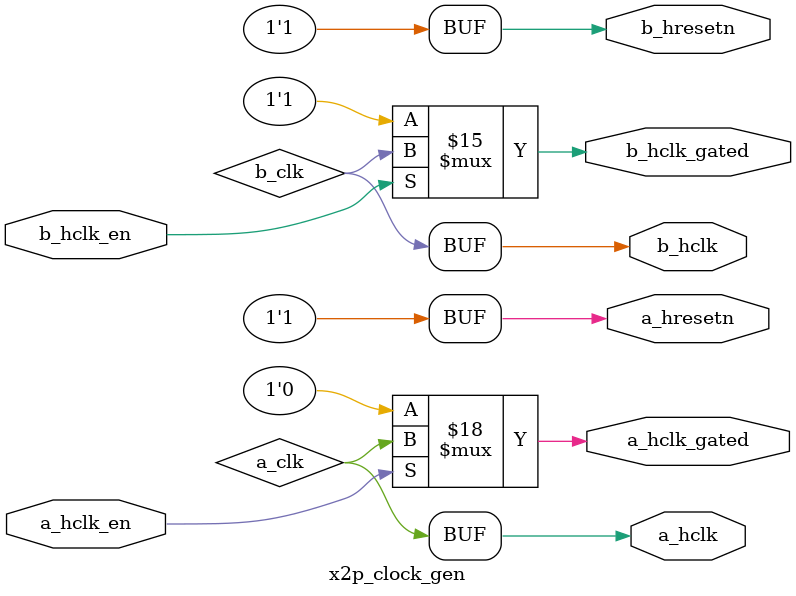
<source format=v>
/*
 ------------------------------------------------------------------------
--
--                  (C) COPYRIGHT 2001-2011 SYNOPSYS, INC.
--                            ALL RIGHTS RESERVED
--
--  This software and the associated documentation are confidential and
--  proprietary to Synopsys, Inc.  Your use or disclosure of this
--  software is subject to the terms and conditions of a written
--  license agreement between you, or your company, and Synopsys, Inc.
--
--  The entire notice above must be reproduced on all authorized copies.
*/

module x2p_clock_gen(/*AUTOARG*/
   // Outputs
   a_hclk, a_hresetn, b_hclk, b_hresetn, a_hclk_gated, b_hclk_gated,
   // Inputs
   a_hclk_en, b_hclk_en
   );
  parameter a_clk_period = 100;
  parameter b_clk_period = 100;
   parameter dly_to_reset = 0;


  // derived parameters

   output   a_hclk;
   output   a_hresetn;
   output   b_hclk;
   output   b_hresetn;
   input    a_hclk_en;
   input    b_hclk_en;
   output   a_hclk_gated, b_hclk_gated;



   reg 	 a_clk, b_clk, a_hclk, b_hclk;
   reg 	 a_hresetn, b_hresetn;
   reg   a_hclk_gated, b_hclk_gated;

   // -------------
  // clocks
  // -------------


  always @(/*AS*/a_hclk)
    begin
      #a_clk_period a_clk = ~a_hclk;
    end

  always @(/*AS*/b_hclk)
    begin
      #b_clk_period b_clk = ~b_hclk;
    end

   always @(/*AS*/a_clk or a_hclk_en or b_clk or b_hclk_en)
     begin
   if (a_hclk_en == 1'b1)
          a_hclk_gated = a_clk;
        else
          a_hclk_gated = 1'b0;
   if (b_hclk_en == 1'b1)
     b_hclk_gated = b_clk;
   else
          b_hclk_gated = 1'b1;
     end // always @ (...


   always @(/*AS*/a_clk) a_hclk = a_clk;

   always @(/*AS*/b_clk) b_hclk = b_clk;


  // -------------
  // make wav
   // clocks
  // -------------
  initial a_hclk = 1;
  initial b_hclk = 1;

  // -------------
  // reset
  // -------------

  initial begin
    a_hresetn = 1;
    #(dly_to_reset * a_clk_period);
    #1 a_hresetn = 0;
    #(10*a_clk_period);
    #2 a_hresetn = 1;
  end
  initial begin
    b_hresetn = 1;
    #(dly_to_reset * b_clk_period);
    #1 b_hresetn = 0;
    #(10*b_clk_period);
    #2 b_hresetn = 1;
  end

endmodule // x2p_clock_gen



</source>
